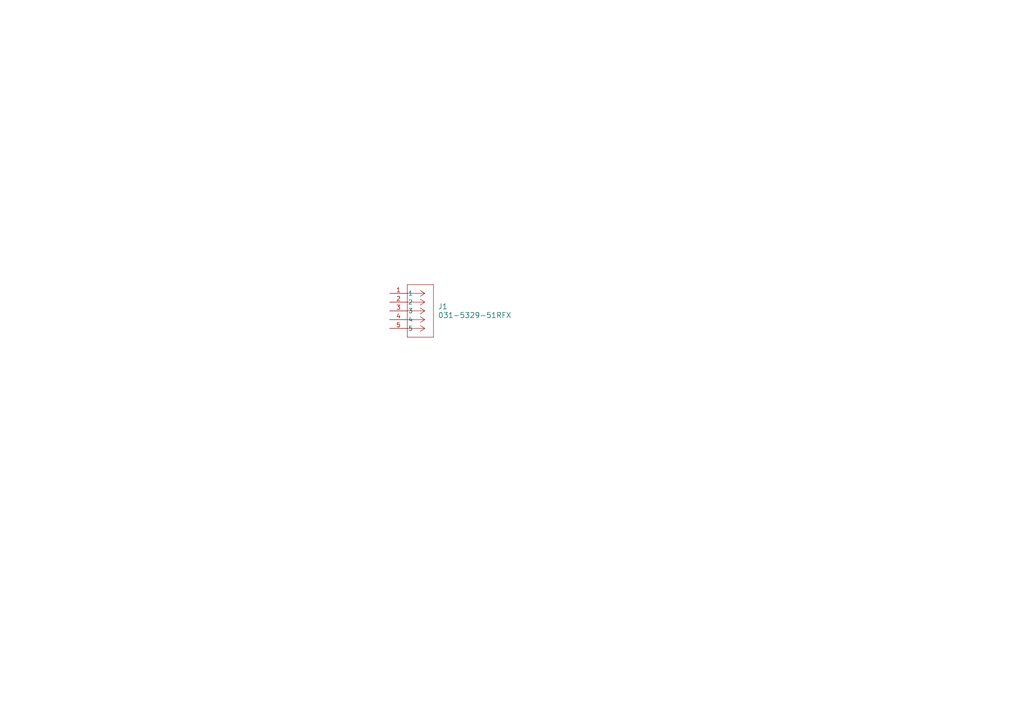
<source format=kicad_sch>
(kicad_sch (version 20231120) (generator "eeschema") (generator_version "8.0")
  (paper "A4")
  (lib_symbols
    (symbol "BNC Connector:031-5329-51RFX" (pin_names (offset 0.254))
      (property "Reference" "J" (at 8.89 6.35 0))
      (property "Value" "031-5329-51RFX" (at 0 0 0))
      (symbol "031-5329-51RFX_1_1"
        (polyline (pts (xy 5.08 -12.7) (xy 12.7 -12.7)) (stroke (width 0.127)))
        (polyline (pts (xy 5.08 2.54) (xy 5.08 -12.7)) (stroke (width 0.127)))
        (polyline (pts (xy 10.16 -10.16) (xy 5.08 -10.16)) (stroke (width 0.127)))
        (polyline (pts (xy 10.16 -10.16) (xy 8.89 -11.0067)) (stroke (width 0.127)))
        (polyline (pts (xy 10.16 -10.16) (xy 8.89 -9.3133)) (stroke (width 0.127)))
        (polyline (pts (xy 10.16 -7.62) (xy 5.08 -7.62)) (stroke (width 0.127)))
        (polyline (pts (xy 10.16 -7.62) (xy 8.89 -8.4667)) (stroke (width 0.127)))
        (polyline (pts (xy 10.16 -7.62) (xy 8.89 -6.7733)) (stroke (width 0.127)))
        (polyline (pts (xy 10.16 -5.08) (xy 5.08 -5.08)) (stroke (width 0.127)))
        (polyline (pts (xy 10.16 -5.08) (xy 8.89 -5.9267)) (stroke (width 0.127)))
        (polyline (pts (xy 10.16 -5.08) (xy 8.89 -4.2333)) (stroke (width 0.127)))
        (polyline (pts (xy 10.16 -2.54) (xy 5.08 -2.54)) (stroke (width 0.127)))
        (polyline (pts (xy 10.16 -2.54) (xy 8.89 -3.3867)) (stroke (width 0.127)))
        (polyline (pts (xy 10.16 -2.54) (xy 8.89 -1.6933)) (stroke (width 0.127)))
        (polyline (pts (xy 10.16 0) (xy 5.08 0)) (stroke (width 0.127)))
        (polyline (pts (xy 10.16 0) (xy 8.89 -0.8467)) (stroke (width 0.127)))
        (polyline (pts (xy 10.16 0) (xy 8.89 0.8467)) (stroke (width 0.127)))
        (polyline (pts (xy 12.7 -12.7) (xy 12.7 2.54)) (stroke (width 0.127)))
        (polyline (pts (xy 12.7 2.54) (xy 5.08 2.54)) (stroke (width 0.127)))
        (pin unspecified line (at 0 0 0) (length 5.08) (name "1") (number "1"))
        (pin unspecified line (at 0 -2.54 0) (length 5.08) (name "2") (number "2"))
        (pin unspecified line (at 0 -5.08 0) (length 5.08) (name "3") (number "3"))
        (pin unspecified line (at 0 -7.62 0) (length 5.08) (name "4") (number "4"))
        (pin unspecified line (at 0 -10.16 0) (length 5.08) (name "5") (number "5"))
      )
      (symbol "031-5329-51RFX_1_2"
        (polyline (pts (xy 5.08 -12.7) (xy 12.7 -12.7)) (stroke (width 0.127)))
        (polyline (pts (xy 5.08 2.54) (xy 5.08 -12.7)) (stroke (width 0.127)))
        (polyline (pts (xy 7.62 -10.16) (xy 5.08 -10.16)) (stroke (width 0.127)))
        (polyline (pts (xy 7.62 -10.16) (xy 8.89 -11.0067)) (stroke (width 0.127)))
        (polyline (pts (xy 7.62 -10.16) (xy 8.89 -9.3133)) (stroke (width 0.127)))
        (polyline (pts (xy 7.62 -7.62) (xy 5.08 -7.62)) (stroke (width 0.127)))
        (polyline (pts (xy 7.62 -7.62) (xy 8.89 -8.4667)) (stroke (width 0.127)))
        (polyline (pts (xy 7.62 -7.62) (xy 8.89 -6.7733)) (stroke (width 0.127)))
        (polyline (pts (xy 7.62 -5.08) (xy 5.08 -5.08)) (stroke (width 0.127)))
        (polyline (pts (xy 7.62 -5.08) (xy 8.89 -5.9267)) (stroke (width 0.127)))
        (polyline (pts (xy 7.62 -5.08) (xy 8.89 -4.2333)) (stroke (width 0.127)))
        (polyline (pts (xy 7.62 -2.54) (xy 5.08 -2.54)) (stroke (width 0.127)))
        (polyline (pts (xy 7.62 -2.54) (xy 8.89 -3.3867)) (stroke (width 0.127)))
        (polyline (pts (xy 7.62 -2.54) (xy 8.89 -1.6933)) (stroke (width 0.127)))
        (polyline (pts (xy 7.62 0) (xy 5.08 0)) (stroke (width 0.127)))
        (polyline (pts (xy 7.62 0) (xy 8.89 -0.8467)) (stroke (width 0.127)))
        (polyline (pts (xy 7.62 0) (xy 8.89 0.8467)) (stroke (width 0.127)))
        (polyline (pts (xy 12.7 -12.7) (xy 12.7 2.54)) (stroke (width 0.127)))
        (polyline (pts (xy 12.7 2.54) (xy 5.08 2.54)) (stroke (width 0.127)))
        (pin unspecified line (at 0 0 0) (length 5.08) (name "1") (number "1"))
        (pin unspecified line (at 0 -2.54 0) (length 5.08) (name "2") (number "2"))
        (pin unspecified line (at 0 -5.08 0) (length 5.08) (name "3") (number "3"))
        (pin unspecified line (at 0 -7.62 0) (length 5.08) (name "4") (number "4"))
        (pin unspecified line (at 0 -10.16 0) (length 5.08) (name "5") (number "5"))
      )
    )
  )
  (symbol (lib_id "BNC Connector:031-5329-51RFX") (at 113.03 85.09 0) (unit 1)
    (property "Reference" "J1" (at 127 88.8999 0) (effects (font (size 1.524 1.524)) (justify left)))
    (property "Value" "031-5329-51RFX" (at 127 91.4399 0) (effects (font (size 1.524 1.524)) (justify left)))
    (property "Footprint" "BNC Connector:CONN1_031-5329-51RFX_AMP" (effects (hide yes)))
    (property "Datasheet" "031-5329-51RFX" (effects (hide yes)))
  )
)
</source>
